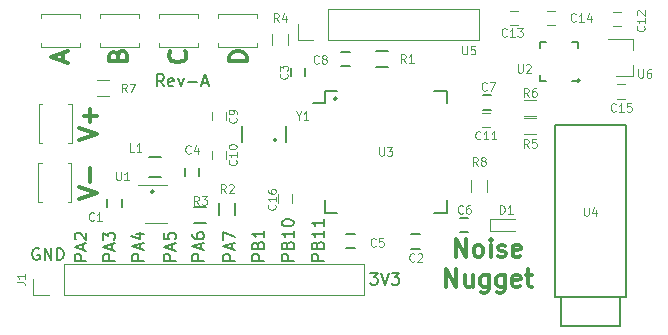
<source format=gto>
G04 #@! TF.FileFunction,Legend,Top*
%FSLAX46Y46*%
G04 Gerber Fmt 4.6, Leading zero omitted, Abs format (unit mm)*
G04 Created by KiCad (PCBNEW 4.0.7-e0-6372~58~ubuntu16.10.1) date Sun Jan  7 20:34:22 2018*
%MOMM*%
%LPD*%
G01*
G04 APERTURE LIST*
%ADD10C,0.100000*%
%ADD11C,0.200000*%
%ADD12C,0.150000*%
%ADD13C,0.300000*%
%ADD14C,0.120000*%
G04 APERTURE END LIST*
D10*
D11*
X141124000Y-98298000D02*
G75*
G03X141124000Y-98298000I-154000J0D01*
G01*
X177206500Y-88897500D02*
G75*
G03X177206500Y-88897500I-154000J0D01*
G01*
X156618000Y-90424000D02*
G75*
G03X156618000Y-90424000I-154000J0D01*
G01*
D12*
X141962381Y-89352381D02*
X141629047Y-88876190D01*
X141390952Y-89352381D02*
X141390952Y-88352381D01*
X141771905Y-88352381D01*
X141867143Y-88400000D01*
X141914762Y-88447619D01*
X141962381Y-88542857D01*
X141962381Y-88685714D01*
X141914762Y-88780952D01*
X141867143Y-88828571D01*
X141771905Y-88876190D01*
X141390952Y-88876190D01*
X142771905Y-89304762D02*
X142676667Y-89352381D01*
X142486190Y-89352381D01*
X142390952Y-89304762D01*
X142343333Y-89209524D01*
X142343333Y-88828571D01*
X142390952Y-88733333D01*
X142486190Y-88685714D01*
X142676667Y-88685714D01*
X142771905Y-88733333D01*
X142819524Y-88828571D01*
X142819524Y-88923810D01*
X142343333Y-89019048D01*
X143152857Y-88685714D02*
X143390952Y-89352381D01*
X143629048Y-88685714D01*
X144010000Y-88971429D02*
X144771905Y-88971429D01*
X145200476Y-89066667D02*
X145676667Y-89066667D01*
X145105238Y-89352381D02*
X145438571Y-88352381D01*
X145771905Y-89352381D01*
D13*
X166703714Y-103797571D02*
X166703714Y-102297571D01*
X167560857Y-103797571D01*
X167560857Y-102297571D01*
X168489429Y-103797571D02*
X168346571Y-103726143D01*
X168275143Y-103654714D01*
X168203714Y-103511857D01*
X168203714Y-103083286D01*
X168275143Y-102940429D01*
X168346571Y-102869000D01*
X168489429Y-102797571D01*
X168703714Y-102797571D01*
X168846571Y-102869000D01*
X168918000Y-102940429D01*
X168989429Y-103083286D01*
X168989429Y-103511857D01*
X168918000Y-103654714D01*
X168846571Y-103726143D01*
X168703714Y-103797571D01*
X168489429Y-103797571D01*
X169632286Y-103797571D02*
X169632286Y-102797571D01*
X169632286Y-102297571D02*
X169560857Y-102369000D01*
X169632286Y-102440429D01*
X169703714Y-102369000D01*
X169632286Y-102297571D01*
X169632286Y-102440429D01*
X170275143Y-103726143D02*
X170418000Y-103797571D01*
X170703715Y-103797571D01*
X170846572Y-103726143D01*
X170918000Y-103583286D01*
X170918000Y-103511857D01*
X170846572Y-103369000D01*
X170703715Y-103297571D01*
X170489429Y-103297571D01*
X170346572Y-103226143D01*
X170275143Y-103083286D01*
X170275143Y-103011857D01*
X170346572Y-102869000D01*
X170489429Y-102797571D01*
X170703715Y-102797571D01*
X170846572Y-102869000D01*
X172132286Y-103726143D02*
X171989429Y-103797571D01*
X171703715Y-103797571D01*
X171560858Y-103726143D01*
X171489429Y-103583286D01*
X171489429Y-103011857D01*
X171560858Y-102869000D01*
X171703715Y-102797571D01*
X171989429Y-102797571D01*
X172132286Y-102869000D01*
X172203715Y-103011857D01*
X172203715Y-103154714D01*
X171489429Y-103297571D01*
X165882286Y-106347571D02*
X165882286Y-104847571D01*
X166739429Y-106347571D01*
X166739429Y-104847571D01*
X168096572Y-105347571D02*
X168096572Y-106347571D01*
X167453715Y-105347571D02*
X167453715Y-106133286D01*
X167525143Y-106276143D01*
X167668001Y-106347571D01*
X167882286Y-106347571D01*
X168025143Y-106276143D01*
X168096572Y-106204714D01*
X169453715Y-105347571D02*
X169453715Y-106561857D01*
X169382286Y-106704714D01*
X169310858Y-106776143D01*
X169168001Y-106847571D01*
X168953715Y-106847571D01*
X168810858Y-106776143D01*
X169453715Y-106276143D02*
X169310858Y-106347571D01*
X169025144Y-106347571D01*
X168882286Y-106276143D01*
X168810858Y-106204714D01*
X168739429Y-106061857D01*
X168739429Y-105633286D01*
X168810858Y-105490429D01*
X168882286Y-105419000D01*
X169025144Y-105347571D01*
X169310858Y-105347571D01*
X169453715Y-105419000D01*
X170810858Y-105347571D02*
X170810858Y-106561857D01*
X170739429Y-106704714D01*
X170668001Y-106776143D01*
X170525144Y-106847571D01*
X170310858Y-106847571D01*
X170168001Y-106776143D01*
X170810858Y-106276143D02*
X170668001Y-106347571D01*
X170382287Y-106347571D01*
X170239429Y-106276143D01*
X170168001Y-106204714D01*
X170096572Y-106061857D01*
X170096572Y-105633286D01*
X170168001Y-105490429D01*
X170239429Y-105419000D01*
X170382287Y-105347571D01*
X170668001Y-105347571D01*
X170810858Y-105419000D01*
X172096572Y-106276143D02*
X171953715Y-106347571D01*
X171668001Y-106347571D01*
X171525144Y-106276143D01*
X171453715Y-106133286D01*
X171453715Y-105561857D01*
X171525144Y-105419000D01*
X171668001Y-105347571D01*
X171953715Y-105347571D01*
X172096572Y-105419000D01*
X172168001Y-105561857D01*
X172168001Y-105704714D01*
X171453715Y-105847571D01*
X172596572Y-105347571D02*
X173168001Y-105347571D01*
X172810858Y-104847571D02*
X172810858Y-106133286D01*
X172882286Y-106276143D01*
X173025144Y-106347571D01*
X173168001Y-106347571D01*
D12*
X135412381Y-104126667D02*
X134412381Y-104126667D01*
X134412381Y-103745714D01*
X134460000Y-103650476D01*
X134507619Y-103602857D01*
X134602857Y-103555238D01*
X134745714Y-103555238D01*
X134840952Y-103602857D01*
X134888571Y-103650476D01*
X134936190Y-103745714D01*
X134936190Y-104126667D01*
X135126667Y-103174286D02*
X135126667Y-102698095D01*
X135412381Y-103269524D02*
X134412381Y-102936191D01*
X135412381Y-102602857D01*
X134507619Y-102317143D02*
X134460000Y-102269524D01*
X134412381Y-102174286D01*
X134412381Y-101936190D01*
X134460000Y-101840952D01*
X134507619Y-101793333D01*
X134602857Y-101745714D01*
X134698095Y-101745714D01*
X134840952Y-101793333D01*
X135412381Y-102364762D01*
X135412381Y-101745714D01*
X137822381Y-104126667D02*
X136822381Y-104126667D01*
X136822381Y-103745714D01*
X136870000Y-103650476D01*
X136917619Y-103602857D01*
X137012857Y-103555238D01*
X137155714Y-103555238D01*
X137250952Y-103602857D01*
X137298571Y-103650476D01*
X137346190Y-103745714D01*
X137346190Y-104126667D01*
X137536667Y-103174286D02*
X137536667Y-102698095D01*
X137822381Y-103269524D02*
X136822381Y-102936191D01*
X137822381Y-102602857D01*
X136822381Y-102364762D02*
X136822381Y-101745714D01*
X137203333Y-102079048D01*
X137203333Y-101936190D01*
X137250952Y-101840952D01*
X137298571Y-101793333D01*
X137393810Y-101745714D01*
X137631905Y-101745714D01*
X137727143Y-101793333D01*
X137774762Y-101840952D01*
X137822381Y-101936190D01*
X137822381Y-102221905D01*
X137774762Y-102317143D01*
X137727143Y-102364762D01*
X140262381Y-104116667D02*
X139262381Y-104116667D01*
X139262381Y-103735714D01*
X139310000Y-103640476D01*
X139357619Y-103592857D01*
X139452857Y-103545238D01*
X139595714Y-103545238D01*
X139690952Y-103592857D01*
X139738571Y-103640476D01*
X139786190Y-103735714D01*
X139786190Y-104116667D01*
X139976667Y-103164286D02*
X139976667Y-102688095D01*
X140262381Y-103259524D02*
X139262381Y-102926191D01*
X140262381Y-102592857D01*
X139595714Y-101830952D02*
X140262381Y-101830952D01*
X139214762Y-102069048D02*
X139929048Y-102307143D01*
X139929048Y-101688095D01*
X142962381Y-104126667D02*
X141962381Y-104126667D01*
X141962381Y-103745714D01*
X142010000Y-103650476D01*
X142057619Y-103602857D01*
X142152857Y-103555238D01*
X142295714Y-103555238D01*
X142390952Y-103602857D01*
X142438571Y-103650476D01*
X142486190Y-103745714D01*
X142486190Y-104126667D01*
X142676667Y-103174286D02*
X142676667Y-102698095D01*
X142962381Y-103269524D02*
X141962381Y-102936191D01*
X142962381Y-102602857D01*
X141962381Y-101793333D02*
X141962381Y-102269524D01*
X142438571Y-102317143D01*
X142390952Y-102269524D01*
X142343333Y-102174286D01*
X142343333Y-101936190D01*
X142390952Y-101840952D01*
X142438571Y-101793333D01*
X142533810Y-101745714D01*
X142771905Y-101745714D01*
X142867143Y-101793333D01*
X142914762Y-101840952D01*
X142962381Y-101936190D01*
X142962381Y-102174286D01*
X142914762Y-102269524D01*
X142867143Y-102317143D01*
X145362381Y-104116667D02*
X144362381Y-104116667D01*
X144362381Y-103735714D01*
X144410000Y-103640476D01*
X144457619Y-103592857D01*
X144552857Y-103545238D01*
X144695714Y-103545238D01*
X144790952Y-103592857D01*
X144838571Y-103640476D01*
X144886190Y-103735714D01*
X144886190Y-104116667D01*
X145076667Y-103164286D02*
X145076667Y-102688095D01*
X145362381Y-103259524D02*
X144362381Y-102926191D01*
X145362381Y-102592857D01*
X144362381Y-101830952D02*
X144362381Y-102021429D01*
X144410000Y-102116667D01*
X144457619Y-102164286D01*
X144600476Y-102259524D01*
X144790952Y-102307143D01*
X145171905Y-102307143D01*
X145267143Y-102259524D01*
X145314762Y-102211905D01*
X145362381Y-102116667D01*
X145362381Y-101926190D01*
X145314762Y-101830952D01*
X145267143Y-101783333D01*
X145171905Y-101735714D01*
X144933810Y-101735714D01*
X144838571Y-101783333D01*
X144790952Y-101830952D01*
X144743333Y-101926190D01*
X144743333Y-102116667D01*
X144790952Y-102211905D01*
X144838571Y-102259524D01*
X144933810Y-102307143D01*
X148012381Y-104116667D02*
X147012381Y-104116667D01*
X147012381Y-103735714D01*
X147060000Y-103640476D01*
X147107619Y-103592857D01*
X147202857Y-103545238D01*
X147345714Y-103545238D01*
X147440952Y-103592857D01*
X147488571Y-103640476D01*
X147536190Y-103735714D01*
X147536190Y-104116667D01*
X147726667Y-103164286D02*
X147726667Y-102688095D01*
X148012381Y-103259524D02*
X147012381Y-102926191D01*
X148012381Y-102592857D01*
X147012381Y-102354762D02*
X147012381Y-101688095D01*
X148012381Y-102116667D01*
X150452381Y-104118095D02*
X149452381Y-104118095D01*
X149452381Y-103737142D01*
X149500000Y-103641904D01*
X149547619Y-103594285D01*
X149642857Y-103546666D01*
X149785714Y-103546666D01*
X149880952Y-103594285D01*
X149928571Y-103641904D01*
X149976190Y-103737142D01*
X149976190Y-104118095D01*
X149928571Y-102784761D02*
X149976190Y-102641904D01*
X150023810Y-102594285D01*
X150119048Y-102546666D01*
X150261905Y-102546666D01*
X150357143Y-102594285D01*
X150404762Y-102641904D01*
X150452381Y-102737142D01*
X150452381Y-103118095D01*
X149452381Y-103118095D01*
X149452381Y-102784761D01*
X149500000Y-102689523D01*
X149547619Y-102641904D01*
X149642857Y-102594285D01*
X149738095Y-102594285D01*
X149833333Y-102641904D01*
X149880952Y-102689523D01*
X149928571Y-102784761D01*
X149928571Y-103118095D01*
X150452381Y-101594285D02*
X150452381Y-102165714D01*
X150452381Y-101880000D02*
X149452381Y-101880000D01*
X149595238Y-101975238D01*
X149690476Y-102070476D01*
X149738095Y-102165714D01*
X152952381Y-104114286D02*
X151952381Y-104114286D01*
X151952381Y-103733333D01*
X152000000Y-103638095D01*
X152047619Y-103590476D01*
X152142857Y-103542857D01*
X152285714Y-103542857D01*
X152380952Y-103590476D01*
X152428571Y-103638095D01*
X152476190Y-103733333D01*
X152476190Y-104114286D01*
X152428571Y-102780952D02*
X152476190Y-102638095D01*
X152523810Y-102590476D01*
X152619048Y-102542857D01*
X152761905Y-102542857D01*
X152857143Y-102590476D01*
X152904762Y-102638095D01*
X152952381Y-102733333D01*
X152952381Y-103114286D01*
X151952381Y-103114286D01*
X151952381Y-102780952D01*
X152000000Y-102685714D01*
X152047619Y-102638095D01*
X152142857Y-102590476D01*
X152238095Y-102590476D01*
X152333333Y-102638095D01*
X152380952Y-102685714D01*
X152428571Y-102780952D01*
X152428571Y-103114286D01*
X152952381Y-101590476D02*
X152952381Y-102161905D01*
X152952381Y-101876191D02*
X151952381Y-101876191D01*
X152095238Y-101971429D01*
X152190476Y-102066667D01*
X152238095Y-102161905D01*
X151952381Y-100971429D02*
X151952381Y-100876190D01*
X152000000Y-100780952D01*
X152047619Y-100733333D01*
X152142857Y-100685714D01*
X152333333Y-100638095D01*
X152571429Y-100638095D01*
X152761905Y-100685714D01*
X152857143Y-100733333D01*
X152904762Y-100780952D01*
X152952381Y-100876190D01*
X152952381Y-100971429D01*
X152904762Y-101066667D01*
X152857143Y-101114286D01*
X152761905Y-101161905D01*
X152571429Y-101209524D01*
X152333333Y-101209524D01*
X152142857Y-101161905D01*
X152047619Y-101114286D01*
X152000000Y-101066667D01*
X151952381Y-100971429D01*
X155492381Y-104114286D02*
X154492381Y-104114286D01*
X154492381Y-103733333D01*
X154540000Y-103638095D01*
X154587619Y-103590476D01*
X154682857Y-103542857D01*
X154825714Y-103542857D01*
X154920952Y-103590476D01*
X154968571Y-103638095D01*
X155016190Y-103733333D01*
X155016190Y-104114286D01*
X154968571Y-102780952D02*
X155016190Y-102638095D01*
X155063810Y-102590476D01*
X155159048Y-102542857D01*
X155301905Y-102542857D01*
X155397143Y-102590476D01*
X155444762Y-102638095D01*
X155492381Y-102733333D01*
X155492381Y-103114286D01*
X154492381Y-103114286D01*
X154492381Y-102780952D01*
X154540000Y-102685714D01*
X154587619Y-102638095D01*
X154682857Y-102590476D01*
X154778095Y-102590476D01*
X154873333Y-102638095D01*
X154920952Y-102685714D01*
X154968571Y-102780952D01*
X154968571Y-103114286D01*
X155492381Y-101590476D02*
X155492381Y-102161905D01*
X155492381Y-101876191D02*
X154492381Y-101876191D01*
X154635238Y-101971429D01*
X154730476Y-102066667D01*
X154778095Y-102161905D01*
X155492381Y-100638095D02*
X155492381Y-101209524D01*
X155492381Y-100923810D02*
X154492381Y-100923810D01*
X154635238Y-101019048D01*
X154730476Y-101114286D01*
X154778095Y-101209524D01*
X159451905Y-105152381D02*
X160070953Y-105152381D01*
X159737619Y-105533333D01*
X159880477Y-105533333D01*
X159975715Y-105580952D01*
X160023334Y-105628571D01*
X160070953Y-105723810D01*
X160070953Y-105961905D01*
X160023334Y-106057143D01*
X159975715Y-106104762D01*
X159880477Y-106152381D01*
X159594762Y-106152381D01*
X159499524Y-106104762D01*
X159451905Y-106057143D01*
X160356667Y-105152381D02*
X160690000Y-106152381D01*
X161023334Y-105152381D01*
X161261429Y-105152381D02*
X161880477Y-105152381D01*
X161547143Y-105533333D01*
X161690001Y-105533333D01*
X161785239Y-105580952D01*
X161832858Y-105628571D01*
X161880477Y-105723810D01*
X161880477Y-105961905D01*
X161832858Y-106057143D01*
X161785239Y-106104762D01*
X161690001Y-106152381D01*
X161404286Y-106152381D01*
X161309048Y-106104762D01*
X161261429Y-106057143D01*
X131388096Y-103110000D02*
X131292858Y-103062381D01*
X131150001Y-103062381D01*
X131007143Y-103110000D01*
X130911905Y-103205238D01*
X130864286Y-103300476D01*
X130816667Y-103490952D01*
X130816667Y-103633810D01*
X130864286Y-103824286D01*
X130911905Y-103919524D01*
X131007143Y-104014762D01*
X131150001Y-104062381D01*
X131245239Y-104062381D01*
X131388096Y-104014762D01*
X131435715Y-103967143D01*
X131435715Y-103633810D01*
X131245239Y-103633810D01*
X131864286Y-104062381D02*
X131864286Y-103062381D01*
X132435715Y-104062381D01*
X132435715Y-103062381D01*
X132911905Y-104062381D02*
X132911905Y-103062381D01*
X133150000Y-103062381D01*
X133292858Y-103110000D01*
X133388096Y-103205238D01*
X133435715Y-103300476D01*
X133483334Y-103490952D01*
X133483334Y-103633810D01*
X133435715Y-103824286D01*
X133388096Y-103919524D01*
X133292858Y-104014762D01*
X133150000Y-104062381D01*
X132911905Y-104062381D01*
D13*
X148978571Y-87260857D02*
X147478571Y-87260857D01*
X147478571Y-86903714D01*
X147550000Y-86689429D01*
X147692857Y-86546571D01*
X147835714Y-86475143D01*
X148121429Y-86403714D01*
X148335714Y-86403714D01*
X148621429Y-86475143D01*
X148764286Y-86546571D01*
X148907143Y-86689429D01*
X148978571Y-86903714D01*
X148978571Y-87260857D01*
X143735714Y-86403714D02*
X143807143Y-86475143D01*
X143878571Y-86689429D01*
X143878571Y-86832286D01*
X143807143Y-87046571D01*
X143664286Y-87189429D01*
X143521429Y-87260857D01*
X143235714Y-87332286D01*
X143021429Y-87332286D01*
X142735714Y-87260857D01*
X142592857Y-87189429D01*
X142450000Y-87046571D01*
X142378571Y-86832286D01*
X142378571Y-86689429D01*
X142450000Y-86475143D01*
X142521429Y-86403714D01*
X138062857Y-86760857D02*
X138134286Y-86546571D01*
X138205714Y-86475143D01*
X138348571Y-86403714D01*
X138562857Y-86403714D01*
X138705714Y-86475143D01*
X138777143Y-86546571D01*
X138848571Y-86689429D01*
X138848571Y-87260857D01*
X137348571Y-87260857D01*
X137348571Y-86760857D01*
X137420000Y-86618000D01*
X137491429Y-86546571D01*
X137634286Y-86475143D01*
X137777143Y-86475143D01*
X137920000Y-86546571D01*
X137991429Y-86618000D01*
X138062857Y-86760857D01*
X138062857Y-87260857D01*
X133450000Y-87225143D02*
X133450000Y-86510857D01*
X133878571Y-87368000D02*
X132378571Y-86868000D01*
X133878571Y-86368000D01*
X134814571Y-93928571D02*
X136314571Y-93428571D01*
X134814571Y-92928571D01*
X135743143Y-92428571D02*
X135743143Y-91285714D01*
X136314571Y-91857143D02*
X135171714Y-91857143D01*
X134814571Y-98928571D02*
X136314571Y-98428571D01*
X134814571Y-97928571D01*
X135743143Y-97428571D02*
X135743143Y-96285714D01*
D12*
X137190000Y-99620000D02*
X137190000Y-98920000D01*
X138390000Y-98920000D02*
X138390000Y-99620000D01*
X163620000Y-103100000D02*
X162920000Y-103100000D01*
X162920000Y-101900000D02*
X163620000Y-101900000D01*
X152750000Y-88520000D02*
X152750000Y-87820000D01*
X153950000Y-87820000D02*
X153950000Y-88520000D01*
X143720000Y-96990000D02*
X143720000Y-96290000D01*
X144920000Y-96290000D02*
X144920000Y-96990000D01*
X157410000Y-101860000D02*
X158110000Y-101860000D01*
X158110000Y-103060000D02*
X157410000Y-103060000D01*
X167748000Y-101692000D02*
X167048000Y-101692000D01*
X167048000Y-100492000D02*
X167748000Y-100492000D01*
X169650000Y-91330000D02*
X168950000Y-91330000D01*
X168950000Y-90130000D02*
X169650000Y-90130000D01*
X157690000Y-87670000D02*
X156990000Y-87670000D01*
X156990000Y-86470000D02*
X157690000Y-86470000D01*
X140690000Y-97070000D02*
X141690000Y-97070000D01*
X141690000Y-95370000D02*
X140690000Y-95370000D01*
X160905000Y-87720000D02*
X159905000Y-87720000D01*
X159905000Y-86370000D02*
X160905000Y-86370000D01*
X146665000Y-100260000D02*
X146665000Y-99260000D01*
X148015000Y-99260000D02*
X148015000Y-100260000D01*
X145500000Y-100965000D02*
X144500000Y-100965000D01*
X144500000Y-99615000D02*
X145500000Y-99615000D01*
D14*
X140390000Y-100930000D02*
X142190000Y-100930000D01*
X142190000Y-97710000D02*
X139740000Y-97710000D01*
X146040000Y-92250000D02*
X146040000Y-91550000D01*
X147240000Y-91550000D02*
X147240000Y-92250000D01*
X146040000Y-95510000D02*
X146040000Y-94810000D01*
X147240000Y-94810000D02*
X147240000Y-95510000D01*
X169610000Y-92820000D02*
X168910000Y-92820000D01*
X168910000Y-91620000D02*
X169610000Y-91620000D01*
X180650000Y-84260000D02*
X179950000Y-84260000D01*
X179950000Y-83060000D02*
X180650000Y-83060000D01*
X171930000Y-84190000D02*
X171230000Y-84190000D01*
X171230000Y-82990000D02*
X171930000Y-82990000D01*
X174390000Y-82990000D02*
X175090000Y-82990000D01*
X175090000Y-84190000D02*
X174390000Y-84190000D01*
X151110000Y-85900000D02*
X151110000Y-84900000D01*
X152470000Y-84900000D02*
X152470000Y-85900000D01*
X173430000Y-93440000D02*
X172430000Y-93440000D01*
X172430000Y-92080000D02*
X173430000Y-92080000D01*
X173430000Y-91870000D02*
X172430000Y-91870000D01*
X172430000Y-90510000D02*
X173430000Y-90510000D01*
D12*
X173802500Y-88897500D02*
X173802500Y-88397500D01*
X177052500Y-85647500D02*
X177052500Y-86147500D01*
X173802500Y-85647500D02*
X173802500Y-86147500D01*
X177052500Y-88897500D02*
X176552500Y-88897500D01*
X177052500Y-85647500D02*
X176552500Y-85647500D01*
X173802500Y-85647500D02*
X174302500Y-85647500D01*
X173802500Y-88897500D02*
X174302500Y-88897500D01*
X155580000Y-89745000D02*
X155580000Y-90745000D01*
X165930000Y-89745000D02*
X165930000Y-90820000D01*
X165930000Y-100095000D02*
X165930000Y-99020000D01*
X155580000Y-100095000D02*
X155580000Y-99020000D01*
X155580000Y-89745000D02*
X156655000Y-89745000D01*
X155580000Y-100095000D02*
X156655000Y-100095000D01*
X165930000Y-100095000D02*
X164855000Y-100095000D01*
X165930000Y-89745000D02*
X164855000Y-89745000D01*
X155580000Y-90745000D02*
X154555000Y-90745000D01*
X180620000Y-109670000D02*
X180620000Y-107170000D01*
X175620000Y-109670000D02*
X180620000Y-109670000D01*
X175620000Y-107170000D02*
X175620000Y-109670000D01*
X175120000Y-92670000D02*
X175120000Y-107170000D01*
X181120000Y-92670000D02*
X175120000Y-92670000D01*
X181120000Y-107170000D02*
X181120000Y-92670000D01*
X175120000Y-107170000D02*
X181120000Y-107170000D01*
X151531859Y-93920380D02*
G75*
G03X151531859Y-93920380I-141899J0D01*
G01*
X152289120Y-92718960D02*
X152289120Y-94121040D01*
X148590880Y-94121040D02*
X148590880Y-92718960D01*
D14*
X181020000Y-90410000D02*
X180320000Y-90410000D01*
X180320000Y-89210000D02*
X181020000Y-89210000D01*
X181720000Y-88500000D02*
X181720000Y-87570000D01*
X181720000Y-85340000D02*
X181720000Y-86270000D01*
X181720000Y-85340000D02*
X179560000Y-85340000D01*
X181720000Y-88500000D02*
X180260000Y-88500000D01*
X151610000Y-99210000D02*
X151610000Y-98510000D01*
X152810000Y-98510000D02*
X152810000Y-99210000D01*
X131550000Y-85740000D02*
X131550000Y-86040000D01*
X131550000Y-86040000D02*
X134850000Y-86040000D01*
X134850000Y-86040000D02*
X134850000Y-85740000D01*
X131550000Y-83540000D02*
X131550000Y-83240000D01*
X131550000Y-83240000D02*
X134850000Y-83240000D01*
X134850000Y-83240000D02*
X134850000Y-83540000D01*
X136550000Y-85740000D02*
X136550000Y-86040000D01*
X136550000Y-86040000D02*
X139850000Y-86040000D01*
X139850000Y-86040000D02*
X139850000Y-85740000D01*
X136550000Y-83540000D02*
X136550000Y-83240000D01*
X136550000Y-83240000D02*
X139850000Y-83240000D01*
X139850000Y-83240000D02*
X139850000Y-83540000D01*
X141550000Y-85740000D02*
X141550000Y-86040000D01*
X141550000Y-86040000D02*
X144850000Y-86040000D01*
X144850000Y-86040000D02*
X144850000Y-85740000D01*
X141550000Y-83540000D02*
X141550000Y-83240000D01*
X141550000Y-83240000D02*
X144850000Y-83240000D01*
X144850000Y-83240000D02*
X144850000Y-83540000D01*
X146540000Y-85740000D02*
X146540000Y-86040000D01*
X146540000Y-86040000D02*
X149840000Y-86040000D01*
X149840000Y-86040000D02*
X149840000Y-85740000D01*
X146540000Y-83540000D02*
X146540000Y-83240000D01*
X146540000Y-83240000D02*
X149840000Y-83240000D01*
X149840000Y-83240000D02*
X149840000Y-83540000D01*
X133850000Y-94150000D02*
X134150000Y-94150000D01*
X134150000Y-94150000D02*
X134150000Y-90850000D01*
X134150000Y-90850000D02*
X133850000Y-90850000D01*
X131650000Y-94150000D02*
X131350000Y-94150000D01*
X131350000Y-94150000D02*
X131350000Y-90850000D01*
X131350000Y-90850000D02*
X131650000Y-90850000D01*
X133840000Y-99140000D02*
X134140000Y-99140000D01*
X134140000Y-99140000D02*
X134140000Y-95840000D01*
X134140000Y-95840000D02*
X133840000Y-95840000D01*
X131640000Y-99140000D02*
X131340000Y-99140000D01*
X131340000Y-99140000D02*
X131340000Y-95840000D01*
X131340000Y-95840000D02*
X131640000Y-95840000D01*
X168650000Y-85460000D02*
X168650000Y-82800000D01*
X155890000Y-85460000D02*
X168650000Y-85460000D01*
X155890000Y-82800000D02*
X168650000Y-82800000D01*
X155890000Y-85460000D02*
X155890000Y-82800000D01*
X154620000Y-85460000D02*
X153290000Y-85460000D01*
X153290000Y-85460000D02*
X153290000Y-84130000D01*
X158940000Y-107040000D02*
X158940000Y-104380000D01*
X133480000Y-107040000D02*
X158940000Y-107040000D01*
X133480000Y-104380000D02*
X158940000Y-104380000D01*
X133480000Y-107040000D02*
X133480000Y-104380000D01*
X132210000Y-107040000D02*
X130880000Y-107040000D01*
X130880000Y-107040000D02*
X130880000Y-105710000D01*
X137300000Y-90160000D02*
X136300000Y-90160000D01*
X136300000Y-88800000D02*
X137300000Y-88800000D01*
X169604000Y-100592000D02*
X169604000Y-101592000D01*
X169604000Y-101592000D02*
X171704000Y-101592000D01*
X169604000Y-100592000D02*
X171704000Y-100592000D01*
X169336000Y-97278000D02*
X169336000Y-98278000D01*
X167976000Y-98278000D02*
X167976000Y-97278000D01*
X136043334Y-100680000D02*
X136010000Y-100713333D01*
X135910000Y-100746667D01*
X135843334Y-100746667D01*
X135743334Y-100713333D01*
X135676667Y-100646667D01*
X135643334Y-100580000D01*
X135610000Y-100446667D01*
X135610000Y-100346667D01*
X135643334Y-100213333D01*
X135676667Y-100146667D01*
X135743334Y-100080000D01*
X135843334Y-100046667D01*
X135910000Y-100046667D01*
X136010000Y-100080000D01*
X136043334Y-100113333D01*
X136710000Y-100746667D02*
X136310000Y-100746667D01*
X136510000Y-100746667D02*
X136510000Y-100046667D01*
X136443334Y-100146667D01*
X136376667Y-100213333D01*
X136310000Y-100246667D01*
X163173334Y-104136000D02*
X163140000Y-104169333D01*
X163040000Y-104202667D01*
X162973334Y-104202667D01*
X162873334Y-104169333D01*
X162806667Y-104102667D01*
X162773334Y-104036000D01*
X162740000Y-103902667D01*
X162740000Y-103802667D01*
X162773334Y-103669333D01*
X162806667Y-103602667D01*
X162873334Y-103536000D01*
X162973334Y-103502667D01*
X163040000Y-103502667D01*
X163140000Y-103536000D01*
X163173334Y-103569333D01*
X163440000Y-103569333D02*
X163473334Y-103536000D01*
X163540000Y-103502667D01*
X163706667Y-103502667D01*
X163773334Y-103536000D01*
X163806667Y-103569333D01*
X163840000Y-103636000D01*
X163840000Y-103702667D01*
X163806667Y-103802667D01*
X163406667Y-104202667D01*
X163840000Y-104202667D01*
X152396000Y-88286666D02*
X152429333Y-88320000D01*
X152462667Y-88420000D01*
X152462667Y-88486666D01*
X152429333Y-88586666D01*
X152362667Y-88653333D01*
X152296000Y-88686666D01*
X152162667Y-88720000D01*
X152062667Y-88720000D01*
X151929333Y-88686666D01*
X151862667Y-88653333D01*
X151796000Y-88586666D01*
X151762667Y-88486666D01*
X151762667Y-88420000D01*
X151796000Y-88320000D01*
X151829333Y-88286666D01*
X151762667Y-88053333D02*
X151762667Y-87620000D01*
X152029333Y-87853333D01*
X152029333Y-87753333D01*
X152062667Y-87686666D01*
X152096000Y-87653333D01*
X152162667Y-87620000D01*
X152329333Y-87620000D01*
X152396000Y-87653333D01*
X152429333Y-87686666D01*
X152462667Y-87753333D01*
X152462667Y-87953333D01*
X152429333Y-88020000D01*
X152396000Y-88053333D01*
X144223334Y-94992000D02*
X144190000Y-95025333D01*
X144090000Y-95058667D01*
X144023334Y-95058667D01*
X143923334Y-95025333D01*
X143856667Y-94958667D01*
X143823334Y-94892000D01*
X143790000Y-94758667D01*
X143790000Y-94658667D01*
X143823334Y-94525333D01*
X143856667Y-94458667D01*
X143923334Y-94392000D01*
X144023334Y-94358667D01*
X144090000Y-94358667D01*
X144190000Y-94392000D01*
X144223334Y-94425333D01*
X144823334Y-94592000D02*
X144823334Y-95058667D01*
X144656667Y-94325333D02*
X144490000Y-94825333D01*
X144923334Y-94825333D01*
X159903334Y-102866000D02*
X159870000Y-102899333D01*
X159770000Y-102932667D01*
X159703334Y-102932667D01*
X159603334Y-102899333D01*
X159536667Y-102832667D01*
X159503334Y-102766000D01*
X159470000Y-102632667D01*
X159470000Y-102532667D01*
X159503334Y-102399333D01*
X159536667Y-102332667D01*
X159603334Y-102266000D01*
X159703334Y-102232667D01*
X159770000Y-102232667D01*
X159870000Y-102266000D01*
X159903334Y-102299333D01*
X160536667Y-102232667D02*
X160203334Y-102232667D01*
X160170000Y-102566000D01*
X160203334Y-102532667D01*
X160270000Y-102499333D01*
X160436667Y-102499333D01*
X160503334Y-102532667D01*
X160536667Y-102566000D01*
X160570000Y-102632667D01*
X160570000Y-102799333D01*
X160536667Y-102866000D01*
X160503334Y-102899333D01*
X160436667Y-102932667D01*
X160270000Y-102932667D01*
X160203334Y-102899333D01*
X160170000Y-102866000D01*
X167281334Y-100072000D02*
X167248000Y-100105333D01*
X167148000Y-100138667D01*
X167081334Y-100138667D01*
X166981334Y-100105333D01*
X166914667Y-100038667D01*
X166881334Y-99972000D01*
X166848000Y-99838667D01*
X166848000Y-99738667D01*
X166881334Y-99605333D01*
X166914667Y-99538667D01*
X166981334Y-99472000D01*
X167081334Y-99438667D01*
X167148000Y-99438667D01*
X167248000Y-99472000D01*
X167281334Y-99505333D01*
X167881334Y-99438667D02*
X167748000Y-99438667D01*
X167681334Y-99472000D01*
X167648000Y-99505333D01*
X167581334Y-99605333D01*
X167548000Y-99738667D01*
X167548000Y-100005333D01*
X167581334Y-100072000D01*
X167614667Y-100105333D01*
X167681334Y-100138667D01*
X167814667Y-100138667D01*
X167881334Y-100105333D01*
X167914667Y-100072000D01*
X167948000Y-100005333D01*
X167948000Y-99838667D01*
X167914667Y-99772000D01*
X167881334Y-99738667D01*
X167814667Y-99705333D01*
X167681334Y-99705333D01*
X167614667Y-99738667D01*
X167581334Y-99772000D01*
X167548000Y-99838667D01*
X169301334Y-89658000D02*
X169268000Y-89691333D01*
X169168000Y-89724667D01*
X169101334Y-89724667D01*
X169001334Y-89691333D01*
X168934667Y-89624667D01*
X168901334Y-89558000D01*
X168868000Y-89424667D01*
X168868000Y-89324667D01*
X168901334Y-89191333D01*
X168934667Y-89124667D01*
X169001334Y-89058000D01*
X169101334Y-89024667D01*
X169168000Y-89024667D01*
X169268000Y-89058000D01*
X169301334Y-89091333D01*
X169534667Y-89024667D02*
X170001334Y-89024667D01*
X169701334Y-89724667D01*
X155077334Y-87370000D02*
X155044000Y-87403333D01*
X154944000Y-87436667D01*
X154877334Y-87436667D01*
X154777334Y-87403333D01*
X154710667Y-87336667D01*
X154677334Y-87270000D01*
X154644000Y-87136667D01*
X154644000Y-87036667D01*
X154677334Y-86903333D01*
X154710667Y-86836667D01*
X154777334Y-86770000D01*
X154877334Y-86736667D01*
X154944000Y-86736667D01*
X155044000Y-86770000D01*
X155077334Y-86803333D01*
X155477334Y-87036667D02*
X155410667Y-87003333D01*
X155377334Y-86970000D01*
X155344000Y-86903333D01*
X155344000Y-86870000D01*
X155377334Y-86803333D01*
X155410667Y-86770000D01*
X155477334Y-86736667D01*
X155610667Y-86736667D01*
X155677334Y-86770000D01*
X155710667Y-86803333D01*
X155744000Y-86870000D01*
X155744000Y-86903333D01*
X155710667Y-86970000D01*
X155677334Y-87003333D01*
X155610667Y-87036667D01*
X155477334Y-87036667D01*
X155410667Y-87070000D01*
X155377334Y-87103333D01*
X155344000Y-87170000D01*
X155344000Y-87303333D01*
X155377334Y-87370000D01*
X155410667Y-87403333D01*
X155477334Y-87436667D01*
X155610667Y-87436667D01*
X155677334Y-87403333D01*
X155710667Y-87370000D01*
X155744000Y-87303333D01*
X155744000Y-87170000D01*
X155710667Y-87103333D01*
X155677334Y-87070000D01*
X155610667Y-87036667D01*
X139453333Y-94886667D02*
X139120000Y-94886667D01*
X139120000Y-94186667D01*
X140053333Y-94886667D02*
X139653333Y-94886667D01*
X139853333Y-94886667D02*
X139853333Y-94186667D01*
X139786667Y-94286667D01*
X139720000Y-94353333D01*
X139653333Y-94386667D01*
X162443334Y-87366667D02*
X162210000Y-87033333D01*
X162043334Y-87366667D02*
X162043334Y-86666667D01*
X162310000Y-86666667D01*
X162376667Y-86700000D01*
X162410000Y-86733333D01*
X162443334Y-86800000D01*
X162443334Y-86900000D01*
X162410000Y-86966667D01*
X162376667Y-87000000D01*
X162310000Y-87033333D01*
X162043334Y-87033333D01*
X163110000Y-87366667D02*
X162710000Y-87366667D01*
X162910000Y-87366667D02*
X162910000Y-86666667D01*
X162843334Y-86766667D01*
X162776667Y-86833333D01*
X162710000Y-86866667D01*
X147203334Y-98360667D02*
X146970000Y-98027333D01*
X146803334Y-98360667D02*
X146803334Y-97660667D01*
X147070000Y-97660667D01*
X147136667Y-97694000D01*
X147170000Y-97727333D01*
X147203334Y-97794000D01*
X147203334Y-97894000D01*
X147170000Y-97960667D01*
X147136667Y-97994000D01*
X147070000Y-98027333D01*
X146803334Y-98027333D01*
X147470000Y-97727333D02*
X147503334Y-97694000D01*
X147570000Y-97660667D01*
X147736667Y-97660667D01*
X147803334Y-97694000D01*
X147836667Y-97727333D01*
X147870000Y-97794000D01*
X147870000Y-97860667D01*
X147836667Y-97960667D01*
X147436667Y-98360667D01*
X147870000Y-98360667D01*
X144943334Y-99376667D02*
X144710000Y-99043333D01*
X144543334Y-99376667D02*
X144543334Y-98676667D01*
X144810000Y-98676667D01*
X144876667Y-98710000D01*
X144910000Y-98743333D01*
X144943334Y-98810000D01*
X144943334Y-98910000D01*
X144910000Y-98976667D01*
X144876667Y-99010000D01*
X144810000Y-99043333D01*
X144543334Y-99043333D01*
X145176667Y-98676667D02*
X145610000Y-98676667D01*
X145376667Y-98943333D01*
X145476667Y-98943333D01*
X145543334Y-98976667D01*
X145576667Y-99010000D01*
X145610000Y-99076667D01*
X145610000Y-99243333D01*
X145576667Y-99310000D01*
X145543334Y-99343333D01*
X145476667Y-99376667D01*
X145276667Y-99376667D01*
X145210000Y-99343333D01*
X145176667Y-99310000D01*
X137926667Y-96606667D02*
X137926667Y-97173333D01*
X137960000Y-97240000D01*
X137993333Y-97273333D01*
X138060000Y-97306667D01*
X138193333Y-97306667D01*
X138260000Y-97273333D01*
X138293333Y-97240000D01*
X138326667Y-97173333D01*
X138326667Y-96606667D01*
X139026666Y-97306667D02*
X138626666Y-97306667D01*
X138826666Y-97306667D02*
X138826666Y-96606667D01*
X138760000Y-96706667D01*
X138693333Y-96773333D01*
X138626666Y-96806667D01*
X148078000Y-92016666D02*
X148111333Y-92050000D01*
X148144667Y-92150000D01*
X148144667Y-92216666D01*
X148111333Y-92316666D01*
X148044667Y-92383333D01*
X147978000Y-92416666D01*
X147844667Y-92450000D01*
X147744667Y-92450000D01*
X147611333Y-92416666D01*
X147544667Y-92383333D01*
X147478000Y-92316666D01*
X147444667Y-92216666D01*
X147444667Y-92150000D01*
X147478000Y-92050000D01*
X147511333Y-92016666D01*
X148144667Y-91683333D02*
X148144667Y-91550000D01*
X148111333Y-91483333D01*
X148078000Y-91450000D01*
X147978000Y-91383333D01*
X147844667Y-91350000D01*
X147578000Y-91350000D01*
X147511333Y-91383333D01*
X147478000Y-91416666D01*
X147444667Y-91483333D01*
X147444667Y-91616666D01*
X147478000Y-91683333D01*
X147511333Y-91716666D01*
X147578000Y-91750000D01*
X147744667Y-91750000D01*
X147811333Y-91716666D01*
X147844667Y-91683333D01*
X147878000Y-91616666D01*
X147878000Y-91483333D01*
X147844667Y-91416666D01*
X147811333Y-91383333D01*
X147744667Y-91350000D01*
X148078000Y-95610000D02*
X148111333Y-95643334D01*
X148144667Y-95743334D01*
X148144667Y-95810000D01*
X148111333Y-95910000D01*
X148044667Y-95976667D01*
X147978000Y-96010000D01*
X147844667Y-96043334D01*
X147744667Y-96043334D01*
X147611333Y-96010000D01*
X147544667Y-95976667D01*
X147478000Y-95910000D01*
X147444667Y-95810000D01*
X147444667Y-95743334D01*
X147478000Y-95643334D01*
X147511333Y-95610000D01*
X148144667Y-94943334D02*
X148144667Y-95343334D01*
X148144667Y-95143334D02*
X147444667Y-95143334D01*
X147544667Y-95210000D01*
X147611333Y-95276667D01*
X147644667Y-95343334D01*
X147444667Y-94510000D02*
X147444667Y-94443333D01*
X147478000Y-94376667D01*
X147511333Y-94343333D01*
X147578000Y-94310000D01*
X147711333Y-94276667D01*
X147878000Y-94276667D01*
X148011333Y-94310000D01*
X148078000Y-94343333D01*
X148111333Y-94376667D01*
X148144667Y-94443333D01*
X148144667Y-94510000D01*
X148111333Y-94576667D01*
X148078000Y-94610000D01*
X148011333Y-94643333D01*
X147878000Y-94676667D01*
X147711333Y-94676667D01*
X147578000Y-94643333D01*
X147511333Y-94610000D01*
X147478000Y-94576667D01*
X147444667Y-94510000D01*
X168770000Y-93800000D02*
X168736666Y-93833333D01*
X168636666Y-93866667D01*
X168570000Y-93866667D01*
X168470000Y-93833333D01*
X168403333Y-93766667D01*
X168370000Y-93700000D01*
X168336666Y-93566667D01*
X168336666Y-93466667D01*
X168370000Y-93333333D01*
X168403333Y-93266667D01*
X168470000Y-93200000D01*
X168570000Y-93166667D01*
X168636666Y-93166667D01*
X168736666Y-93200000D01*
X168770000Y-93233333D01*
X169436666Y-93866667D02*
X169036666Y-93866667D01*
X169236666Y-93866667D02*
X169236666Y-93166667D01*
X169170000Y-93266667D01*
X169103333Y-93333333D01*
X169036666Y-93366667D01*
X170103333Y-93866667D02*
X169703333Y-93866667D01*
X169903333Y-93866667D02*
X169903333Y-93166667D01*
X169836667Y-93266667D01*
X169770000Y-93333333D01*
X169703333Y-93366667D01*
X182622000Y-84270000D02*
X182655333Y-84303334D01*
X182688667Y-84403334D01*
X182688667Y-84470000D01*
X182655333Y-84570000D01*
X182588667Y-84636667D01*
X182522000Y-84670000D01*
X182388667Y-84703334D01*
X182288667Y-84703334D01*
X182155333Y-84670000D01*
X182088667Y-84636667D01*
X182022000Y-84570000D01*
X181988667Y-84470000D01*
X181988667Y-84403334D01*
X182022000Y-84303334D01*
X182055333Y-84270000D01*
X182688667Y-83603334D02*
X182688667Y-84003334D01*
X182688667Y-83803334D02*
X181988667Y-83803334D01*
X182088667Y-83870000D01*
X182155333Y-83936667D01*
X182188667Y-84003334D01*
X182055333Y-83336667D02*
X182022000Y-83303333D01*
X181988667Y-83236667D01*
X181988667Y-83070000D01*
X182022000Y-83003333D01*
X182055333Y-82970000D01*
X182122000Y-82936667D01*
X182188667Y-82936667D01*
X182288667Y-82970000D01*
X182688667Y-83370000D01*
X182688667Y-82936667D01*
X171000000Y-85086000D02*
X170966666Y-85119333D01*
X170866666Y-85152667D01*
X170800000Y-85152667D01*
X170700000Y-85119333D01*
X170633333Y-85052667D01*
X170600000Y-84986000D01*
X170566666Y-84852667D01*
X170566666Y-84752667D01*
X170600000Y-84619333D01*
X170633333Y-84552667D01*
X170700000Y-84486000D01*
X170800000Y-84452667D01*
X170866666Y-84452667D01*
X170966666Y-84486000D01*
X171000000Y-84519333D01*
X171666666Y-85152667D02*
X171266666Y-85152667D01*
X171466666Y-85152667D02*
X171466666Y-84452667D01*
X171400000Y-84552667D01*
X171333333Y-84619333D01*
X171266666Y-84652667D01*
X171900000Y-84452667D02*
X172333333Y-84452667D01*
X172100000Y-84719333D01*
X172200000Y-84719333D01*
X172266667Y-84752667D01*
X172300000Y-84786000D01*
X172333333Y-84852667D01*
X172333333Y-85019333D01*
X172300000Y-85086000D01*
X172266667Y-85119333D01*
X172200000Y-85152667D01*
X172000000Y-85152667D01*
X171933333Y-85119333D01*
X171900000Y-85086000D01*
X176842000Y-83816000D02*
X176808666Y-83849333D01*
X176708666Y-83882667D01*
X176642000Y-83882667D01*
X176542000Y-83849333D01*
X176475333Y-83782667D01*
X176442000Y-83716000D01*
X176408666Y-83582667D01*
X176408666Y-83482667D01*
X176442000Y-83349333D01*
X176475333Y-83282667D01*
X176542000Y-83216000D01*
X176642000Y-83182667D01*
X176708666Y-83182667D01*
X176808666Y-83216000D01*
X176842000Y-83249333D01*
X177508666Y-83882667D02*
X177108666Y-83882667D01*
X177308666Y-83882667D02*
X177308666Y-83182667D01*
X177242000Y-83282667D01*
X177175333Y-83349333D01*
X177108666Y-83382667D01*
X178108667Y-83416000D02*
X178108667Y-83882667D01*
X177942000Y-83149333D02*
X177775333Y-83649333D01*
X178208667Y-83649333D01*
X151693334Y-83882667D02*
X151460000Y-83549333D01*
X151293334Y-83882667D02*
X151293334Y-83182667D01*
X151560000Y-83182667D01*
X151626667Y-83216000D01*
X151660000Y-83249333D01*
X151693334Y-83316000D01*
X151693334Y-83416000D01*
X151660000Y-83482667D01*
X151626667Y-83516000D01*
X151560000Y-83549333D01*
X151293334Y-83549333D01*
X152293334Y-83416000D02*
X152293334Y-83882667D01*
X152126667Y-83149333D02*
X151960000Y-83649333D01*
X152393334Y-83649333D01*
X172857334Y-94550667D02*
X172624000Y-94217333D01*
X172457334Y-94550667D02*
X172457334Y-93850667D01*
X172724000Y-93850667D01*
X172790667Y-93884000D01*
X172824000Y-93917333D01*
X172857334Y-93984000D01*
X172857334Y-94084000D01*
X172824000Y-94150667D01*
X172790667Y-94184000D01*
X172724000Y-94217333D01*
X172457334Y-94217333D01*
X173490667Y-93850667D02*
X173157334Y-93850667D01*
X173124000Y-94184000D01*
X173157334Y-94150667D01*
X173224000Y-94117333D01*
X173390667Y-94117333D01*
X173457334Y-94150667D01*
X173490667Y-94184000D01*
X173524000Y-94250667D01*
X173524000Y-94417333D01*
X173490667Y-94484000D01*
X173457334Y-94517333D01*
X173390667Y-94550667D01*
X173224000Y-94550667D01*
X173157334Y-94517333D01*
X173124000Y-94484000D01*
X172857334Y-90232667D02*
X172624000Y-89899333D01*
X172457334Y-90232667D02*
X172457334Y-89532667D01*
X172724000Y-89532667D01*
X172790667Y-89566000D01*
X172824000Y-89599333D01*
X172857334Y-89666000D01*
X172857334Y-89766000D01*
X172824000Y-89832667D01*
X172790667Y-89866000D01*
X172724000Y-89899333D01*
X172457334Y-89899333D01*
X173457334Y-89532667D02*
X173324000Y-89532667D01*
X173257334Y-89566000D01*
X173224000Y-89599333D01*
X173157334Y-89699333D01*
X173124000Y-89832667D01*
X173124000Y-90099333D01*
X173157334Y-90166000D01*
X173190667Y-90199333D01*
X173257334Y-90232667D01*
X173390667Y-90232667D01*
X173457334Y-90199333D01*
X173490667Y-90166000D01*
X173524000Y-90099333D01*
X173524000Y-89932667D01*
X173490667Y-89866000D01*
X173457334Y-89832667D01*
X173390667Y-89799333D01*
X173257334Y-89799333D01*
X173190667Y-89832667D01*
X173157334Y-89866000D01*
X173124000Y-89932667D01*
X171932667Y-87500667D02*
X171932667Y-88067333D01*
X171966000Y-88134000D01*
X171999333Y-88167333D01*
X172066000Y-88200667D01*
X172199333Y-88200667D01*
X172266000Y-88167333D01*
X172299333Y-88134000D01*
X172332667Y-88067333D01*
X172332667Y-87500667D01*
X172632666Y-87567333D02*
X172666000Y-87534000D01*
X172732666Y-87500667D01*
X172899333Y-87500667D01*
X172966000Y-87534000D01*
X172999333Y-87567333D01*
X173032666Y-87634000D01*
X173032666Y-87700667D01*
X172999333Y-87800667D01*
X172599333Y-88200667D01*
X173032666Y-88200667D01*
X160196667Y-94536667D02*
X160196667Y-95103333D01*
X160230000Y-95170000D01*
X160263333Y-95203333D01*
X160330000Y-95236667D01*
X160463333Y-95236667D01*
X160530000Y-95203333D01*
X160563333Y-95170000D01*
X160596667Y-95103333D01*
X160596667Y-94536667D01*
X160863333Y-94536667D02*
X161296666Y-94536667D01*
X161063333Y-94803333D01*
X161163333Y-94803333D01*
X161230000Y-94836667D01*
X161263333Y-94870000D01*
X161296666Y-94936667D01*
X161296666Y-95103333D01*
X161263333Y-95170000D01*
X161230000Y-95203333D01*
X161163333Y-95236667D01*
X160963333Y-95236667D01*
X160896666Y-95203333D01*
X160863333Y-95170000D01*
X177536667Y-99626667D02*
X177536667Y-100193333D01*
X177570000Y-100260000D01*
X177603333Y-100293333D01*
X177670000Y-100326667D01*
X177803333Y-100326667D01*
X177870000Y-100293333D01*
X177903333Y-100260000D01*
X177936667Y-100193333D01*
X177936667Y-99626667D01*
X178570000Y-99860000D02*
X178570000Y-100326667D01*
X178403333Y-99593333D02*
X178236666Y-100093333D01*
X178670000Y-100093333D01*
X153366667Y-91853333D02*
X153366667Y-92186667D01*
X153133334Y-91486667D02*
X153366667Y-91853333D01*
X153600000Y-91486667D01*
X154200000Y-92186667D02*
X153800000Y-92186667D01*
X154000000Y-92186667D02*
X154000000Y-91486667D01*
X153933334Y-91586667D01*
X153866667Y-91653333D01*
X153800000Y-91686667D01*
X180230000Y-91436000D02*
X180196666Y-91469333D01*
X180096666Y-91502667D01*
X180030000Y-91502667D01*
X179930000Y-91469333D01*
X179863333Y-91402667D01*
X179830000Y-91336000D01*
X179796666Y-91202667D01*
X179796666Y-91102667D01*
X179830000Y-90969333D01*
X179863333Y-90902667D01*
X179930000Y-90836000D01*
X180030000Y-90802667D01*
X180096666Y-90802667D01*
X180196666Y-90836000D01*
X180230000Y-90869333D01*
X180896666Y-91502667D02*
X180496666Y-91502667D01*
X180696666Y-91502667D02*
X180696666Y-90802667D01*
X180630000Y-90902667D01*
X180563333Y-90969333D01*
X180496666Y-91002667D01*
X181530000Y-90802667D02*
X181196667Y-90802667D01*
X181163333Y-91136000D01*
X181196667Y-91102667D01*
X181263333Y-91069333D01*
X181430000Y-91069333D01*
X181496667Y-91102667D01*
X181530000Y-91136000D01*
X181563333Y-91202667D01*
X181563333Y-91369333D01*
X181530000Y-91436000D01*
X181496667Y-91469333D01*
X181430000Y-91502667D01*
X181263333Y-91502667D01*
X181196667Y-91469333D01*
X181163333Y-91436000D01*
X182136667Y-87936667D02*
X182136667Y-88503333D01*
X182170000Y-88570000D01*
X182203333Y-88603333D01*
X182270000Y-88636667D01*
X182403333Y-88636667D01*
X182470000Y-88603333D01*
X182503333Y-88570000D01*
X182536667Y-88503333D01*
X182536667Y-87936667D01*
X183170000Y-87936667D02*
X183036666Y-87936667D01*
X182970000Y-87970000D01*
X182936666Y-88003333D01*
X182870000Y-88103333D01*
X182836666Y-88236667D01*
X182836666Y-88503333D01*
X182870000Y-88570000D01*
X182903333Y-88603333D01*
X182970000Y-88636667D01*
X183103333Y-88636667D01*
X183170000Y-88603333D01*
X183203333Y-88570000D01*
X183236666Y-88503333D01*
X183236666Y-88336667D01*
X183203333Y-88270000D01*
X183170000Y-88236667D01*
X183103333Y-88203333D01*
X182970000Y-88203333D01*
X182903333Y-88236667D01*
X182870000Y-88270000D01*
X182836666Y-88336667D01*
X151380000Y-99380000D02*
X151413333Y-99413334D01*
X151446667Y-99513334D01*
X151446667Y-99580000D01*
X151413333Y-99680000D01*
X151346667Y-99746667D01*
X151280000Y-99780000D01*
X151146667Y-99813334D01*
X151046667Y-99813334D01*
X150913333Y-99780000D01*
X150846667Y-99746667D01*
X150780000Y-99680000D01*
X150746667Y-99580000D01*
X150746667Y-99513334D01*
X150780000Y-99413334D01*
X150813333Y-99380000D01*
X151446667Y-98713334D02*
X151446667Y-99113334D01*
X151446667Y-98913334D02*
X150746667Y-98913334D01*
X150846667Y-98980000D01*
X150913333Y-99046667D01*
X150946667Y-99113334D01*
X150746667Y-98113333D02*
X150746667Y-98246667D01*
X150780000Y-98313333D01*
X150813333Y-98346667D01*
X150913333Y-98413333D01*
X151046667Y-98446667D01*
X151313333Y-98446667D01*
X151380000Y-98413333D01*
X151413333Y-98380000D01*
X151446667Y-98313333D01*
X151446667Y-98180000D01*
X151413333Y-98113333D01*
X151380000Y-98080000D01*
X151313333Y-98046667D01*
X151146667Y-98046667D01*
X151080000Y-98080000D01*
X151046667Y-98113333D01*
X151013333Y-98180000D01*
X151013333Y-98313333D01*
X151046667Y-98380000D01*
X151080000Y-98413333D01*
X151146667Y-98446667D01*
X167226667Y-85956667D02*
X167226667Y-86523333D01*
X167260000Y-86590000D01*
X167293333Y-86623333D01*
X167360000Y-86656667D01*
X167493333Y-86656667D01*
X167560000Y-86623333D01*
X167593333Y-86590000D01*
X167626667Y-86523333D01*
X167626667Y-85956667D01*
X168293333Y-85956667D02*
X167960000Y-85956667D01*
X167926666Y-86290000D01*
X167960000Y-86256667D01*
X168026666Y-86223333D01*
X168193333Y-86223333D01*
X168260000Y-86256667D01*
X168293333Y-86290000D01*
X168326666Y-86356667D01*
X168326666Y-86523333D01*
X168293333Y-86590000D01*
X168260000Y-86623333D01*
X168193333Y-86656667D01*
X168026666Y-86656667D01*
X167960000Y-86623333D01*
X167926666Y-86590000D01*
X129496667Y-105943333D02*
X129996667Y-105943333D01*
X130096667Y-105976667D01*
X130163333Y-106043333D01*
X130196667Y-106143333D01*
X130196667Y-106210000D01*
X130196667Y-105243334D02*
X130196667Y-105643334D01*
X130196667Y-105443334D02*
X129496667Y-105443334D01*
X129596667Y-105510000D01*
X129663333Y-105576667D01*
X129696667Y-105643334D01*
X138821334Y-89836667D02*
X138588000Y-89503333D01*
X138421334Y-89836667D02*
X138421334Y-89136667D01*
X138688000Y-89136667D01*
X138754667Y-89170000D01*
X138788000Y-89203333D01*
X138821334Y-89270000D01*
X138821334Y-89370000D01*
X138788000Y-89436667D01*
X138754667Y-89470000D01*
X138688000Y-89503333D01*
X138421334Y-89503333D01*
X139054667Y-89136667D02*
X139521334Y-89136667D01*
X139221334Y-89836667D01*
X170425334Y-100138667D02*
X170425334Y-99438667D01*
X170592000Y-99438667D01*
X170692000Y-99472000D01*
X170758667Y-99538667D01*
X170792000Y-99605333D01*
X170825334Y-99738667D01*
X170825334Y-99838667D01*
X170792000Y-99972000D01*
X170758667Y-100038667D01*
X170692000Y-100105333D01*
X170592000Y-100138667D01*
X170425334Y-100138667D01*
X171492000Y-100138667D02*
X171092000Y-100138667D01*
X171292000Y-100138667D02*
X171292000Y-99438667D01*
X171225334Y-99538667D01*
X171158667Y-99605333D01*
X171092000Y-99638667D01*
X168539334Y-96074667D02*
X168306000Y-95741333D01*
X168139334Y-96074667D02*
X168139334Y-95374667D01*
X168406000Y-95374667D01*
X168472667Y-95408000D01*
X168506000Y-95441333D01*
X168539334Y-95508000D01*
X168539334Y-95608000D01*
X168506000Y-95674667D01*
X168472667Y-95708000D01*
X168406000Y-95741333D01*
X168139334Y-95741333D01*
X168939334Y-95674667D02*
X168872667Y-95641333D01*
X168839334Y-95608000D01*
X168806000Y-95541333D01*
X168806000Y-95508000D01*
X168839334Y-95441333D01*
X168872667Y-95408000D01*
X168939334Y-95374667D01*
X169072667Y-95374667D01*
X169139334Y-95408000D01*
X169172667Y-95441333D01*
X169206000Y-95508000D01*
X169206000Y-95541333D01*
X169172667Y-95608000D01*
X169139334Y-95641333D01*
X169072667Y-95674667D01*
X168939334Y-95674667D01*
X168872667Y-95708000D01*
X168839334Y-95741333D01*
X168806000Y-95808000D01*
X168806000Y-95941333D01*
X168839334Y-96008000D01*
X168872667Y-96041333D01*
X168939334Y-96074667D01*
X169072667Y-96074667D01*
X169139334Y-96041333D01*
X169172667Y-96008000D01*
X169206000Y-95941333D01*
X169206000Y-95808000D01*
X169172667Y-95741333D01*
X169139334Y-95708000D01*
X169072667Y-95674667D01*
M02*

</source>
